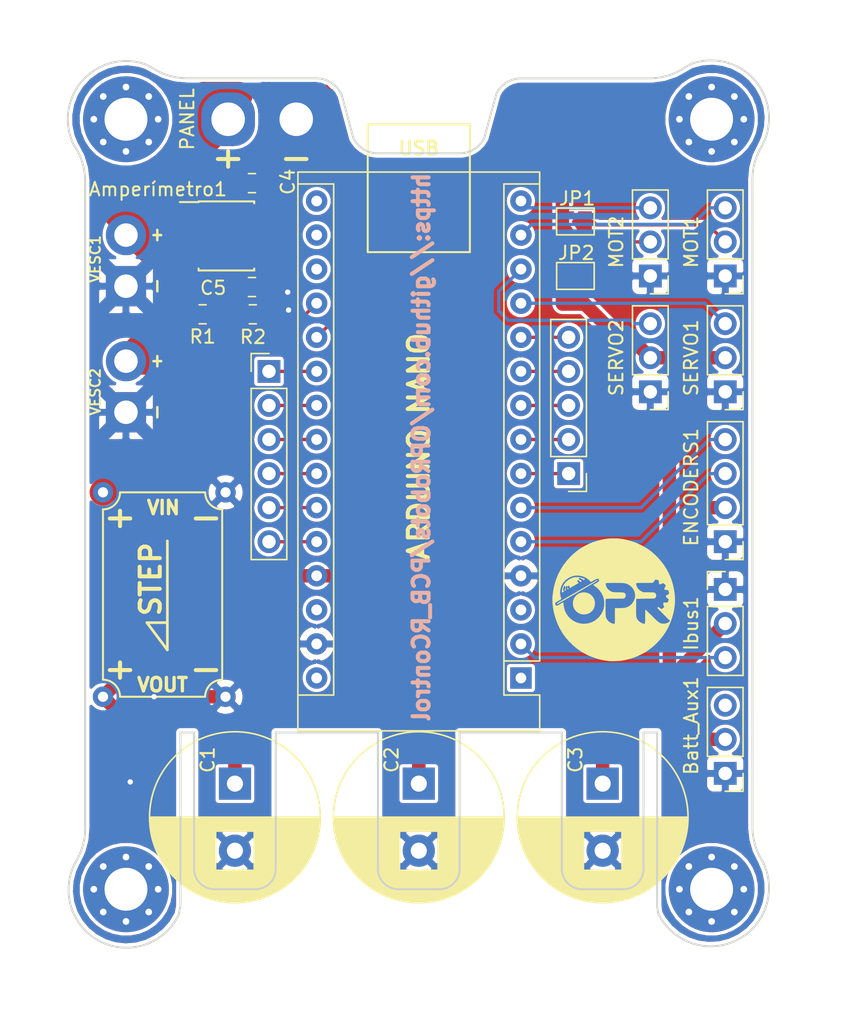
<source format=kicad_pcb>
(kicad_pcb (version 20171130) (host pcbnew "(5.0.2)-1")
  (layers (0 F.Cu signal) (31 B.Cu signal) (34 B.Paste user) (35 F.Paste user) (36 B.SilkS user) (37 F.SilkS user) (38 B.Mask user) (39 F.Mask user) (44 Edge.Cuts user))
  (net 0 "")
  (net 1 "Net-(A1-Pad1)")
  (net 2 "Net-(A1-Pad17)")
  (net 3 /S_MANDO)
  (net 4 "Net-(A1-Pad18)")
  (net 5 "Net-(A1-Pad3)")
  (net 6 /VOLTIMETRO)
  (net 7 GND)
  (net 8 /AMPERIMETRO)
  (net 9 /ENC1)
  (net 10 "Net-(A1-Pad21)")
  (net 11 /ENC2)
  (net 12 "Net-(A1-Pad22)")
  (net 13 "Net-(A1-Pad7)")
  (net 14 "Net-(A1-Pad23)")
  (net 15 "Net-(A1-Pad8)")
  (net 16 "Net-(A1-Pad24)")
  (net 17 "Net-(A1-Pad9)")
  (net 18 "Net-(A1-Pad25)")
  (net 19 "Net-(A1-Pad10)")
  (net 20 "Net-(A1-Pad26)")
  (net 21 "Net-(A1-Pad11)")
  (net 22 +5V)
  (net 23 /SERVO1)
  (net 24 "Net-(A1-Pad28)")
  (net 25 /SERVO2)
  (net 26 /MOTOR1)
  (net 27 "Net-(A1-Pad30)")
  (net 28 /MOTOR2)
  (net 29 "Net-(A1-Pad16)")
  (net 30 "Net-(Amperímetro1-Pad1)")
  (net 31 "Net-(Amperímetro1-Pad3)")
  (net 32 "Net-(Amperímetro1-Pad6)")
  (net 33 "Net-(Batt_Aux1-Pad3)")
  (net 34 "Net-(JP1-Pad1)")
  (net 35 "Net-(JP2-Pad1)")
  (module Module:Arduino_Nano (layer F.Cu) (at 149.86 114.808 180)
    (fp_text reference A1 hide)
    (fp_text value Arduino_Nano_v3.x)
    (fp_text user USB (at 7.62 39.497 180) (layer F.SilkS) (effects (font (thickness 0.2))))
    (pad 1 thru_hole rect (at 0 0 180) (size 1.6 1.6) (drill 0.8) (layers *.Cu *.Mask) (net 1 "Net-(A1-Pad1)"))
    (pad 17 thru_hole oval (at 15.24 33.02 180) (size 1.6 1.6) (drill 0.8) (layers *.Cu *.Mask) (net 2 "Net-(A1-Pad17)"))
    (pad 2 thru_hole oval (at 0 2.54 180) (size 1.6 1.6) (drill 0.8) (layers *.Cu *.Mask) (net 3 /S_MANDO))
    (pad 18 thru_hole oval (at 15.24 30.48 180) (size 1.6 1.6) (drill 0.8) (layers *.Cu *.Mask) (net 4 "Net-(A1-Pad18)"))
    (pad 3 thru_hole oval (at 0 5.08 180) (size 1.6 1.6) (drill 0.8) (layers *.Cu *.Mask) (net 5 "Net-(A1-Pad3)"))
    (pad 19 thru_hole oval (at 15.24 27.94 180) (size 1.6 1.6) (drill 0.8) (layers *.Cu *.Mask) (net 6 /VOLTIMETRO))
    (pad 4 thru_hole oval (at 0 7.62 180) (size 1.6 1.6) (drill 0.8) (layers *.Cu *.Mask) (net 7 GND))
    (pad 20 thru_hole oval (at 15.24 25.4 180) (size 1.6 1.6) (drill 0.8) (layers *.Cu *.Mask) (net 8 /AMPERIMETRO))
    (pad 5 thru_hole oval (at 0 10.16 180) (size 1.6 1.6) (drill 0.8) (layers *.Cu *.Mask) (net 9 /ENC1))
    (pad 21 thru_hole oval (at 15.24 22.86 180) (size 1.6 1.6) (drill 0.8) (layers *.Cu *.Mask) (net 10 "Net-(A1-Pad21)"))
    (pad 6 thru_hole oval (at 0 12.7 180) (size 1.6 1.6) (drill 0.8) (layers *.Cu *.Mask) (net 11 /ENC2))
    (pad 22 thru_hole oval (at 15.24 20.32 180) (size 1.6 1.6) (drill 0.8) (layers *.Cu *.Mask) (net 12 "Net-(A1-Pad22)"))
    (pad 7 thru_hole oval (at 0 15.24 180) (size 1.6 1.6) (drill 0.8) (layers *.Cu *.Mask) (net 13 "Net-(A1-Pad7)"))
    (pad 23 thru_hole oval (at 15.24 17.78 180) (size 1.6 1.6) (drill 0.8) (layers *.Cu *.Mask) (net 14 "Net-(A1-Pad23)"))
    (pad 8 thru_hole oval (at 0 17.78 180) (size 1.6 1.6) (drill 0.8) (layers *.Cu *.Mask) (net 15 "Net-(A1-Pad8)"))
    (pad 24 thru_hole oval (at 15.24 15.24 180) (size 1.6 1.6) (drill 0.8) (layers *.Cu *.Mask) (net 16 "Net-(A1-Pad24)"))
    (pad 9 thru_hole oval (at 0 20.32 180) (size 1.6 1.6) (drill 0.8) (layers *.Cu *.Mask) (net 17 "Net-(A1-Pad9)"))
    (pad 25 thru_hole oval (at 15.24 12.7 180) (size 1.6 1.6) (drill 0.8) (layers *.Cu *.Mask) (net 18 "Net-(A1-Pad25)"))
    (pad 10 thru_hole oval (at 0 22.86 180) (size 1.6 1.6) (drill 0.8) (layers *.Cu *.Mask) (net 19 "Net-(A1-Pad10)"))
    (pad 26 thru_hole oval (at 15.24 10.16 180) (size 1.6 1.6) (drill 0.8) (layers *.Cu *.Mask) (net 20 "Net-(A1-Pad26)"))
    (pad 11 thru_hole oval (at 0 25.4 180) (size 1.6 1.6) (drill 0.8) (layers *.Cu *.Mask) (net 21 "Net-(A1-Pad11)"))
    (pad 27 thru_hole oval (at 15.24 7.62 180) (size 1.6 1.6) (drill 0.8) (layers *.Cu *.Mask) (net 22 +5V))
    (pad 12 thru_hole oval (at 0 27.94 180) (size 1.6 1.6) (drill 0.8) (layers *.Cu *.Mask) (net 23 /SERVO1))
    (pad 28 thru_hole oval (at 15.24 5.08 180) (size 1.6 1.6) (drill 0.8) (layers *.Cu *.Mask) (net 24 "Net-(A1-Pad28)"))
    (pad 13 thru_hole oval (at 0 30.48 180) (size 1.6 1.6) (drill 0.8) (layers *.Cu *.Mask) (net 25 /SERVO2))
    (pad 29 thru_hole oval (at 15.24 2.54 180) (size 1.6 1.6) (drill 0.8) (layers *.Cu *.Mask) (net 7 GND))
    (pad 14 thru_hole oval (at 0 33.02 180) (size 1.6 1.6) (drill 0.8) (layers *.Cu *.Mask) (net 26 /MOTOR1))
    (pad 30 thru_hole oval (at 15.24 0 180) (size 1.6 1.6) (drill 0.8) (layers *.Cu *.Mask) (net 27 "Net-(A1-Pad30)"))
    (pad 15 thru_hole oval (at 0 35.56 180) (size 1.6 1.6) (drill 0.8) (layers *.Cu *.Mask) (net 28 /MOTOR2))
    (pad 16 thru_hole oval (at 15.24 35.56 180) (size 1.6 1.6) (drill 0.8) (layers *.Cu *.Mask) (net 29 "Net-(A1-Pad16)"))
  )
  (module Capacitor_THT:CP_Radial_D12.5mm_P5.00mm (layer F.Cu) (at 128.524 122.682 270)
    (fp_text reference C2 (at -1.778 -11.684 90) (layer F.SilkS))
    (fp_text value CP1)
    (pad 2 thru_hole circle (at 5 0 270) (size 2.4 2.4) (drill 1.2) (layers *.Cu *.Mask) (net 7 GND))
    (pad 1 thru_hole rect (at 0 0 270) (size 2.4 2.4) (drill 1.2) (layers *.Cu *.Mask) (net 22 +5V))
  )
  (module Capacitor_THT:CP_Radial_D12.5mm_P5.00mm (layer F.Cu) (at 142.24 122.682 270)
    (fp_text reference C3 (at -1.778 -11.684 270) (layer F.SilkS))
    (fp_text value CP1)
    (pad 1 thru_hole rect (at 0 0 270) (size 2.4 2.4) (drill 1.2) (layers *.Cu *.Mask) (net 22 +5V))
    (pad 2 thru_hole circle (at 5 0 270) (size 2.4 2.4) (drill 1.2) (layers *.Cu *.Mask) (net 7 GND))
  )
  (module Capacitor_THT:CP_Radial_D12.5mm_P5.00mm (layer F.Cu) (at 155.956 122.682 270)
    (fp_text reference C1 (at -1.778 29.464 270) (layer F.SilkS))
    (fp_text value CP1)
    (pad 1 thru_hole rect (at 0 0 270) (size 2.4 2.4) (drill 1.2) (layers *.Cu *.Mask) (net 22 +5V))
    (pad 2 thru_hole circle (at 5 0 270) (size 2.4 2.4) (drill 1.2) (layers *.Cu *.Mask) (net 7 GND))
  )
  (module MountingHole:MountingHole_3.2mm_M3_Pad_Via (layer F.Cu) (at 164.084 130.556)
    (fp_text reference "" (at 0 -4.2) (layer F.SilkS))
    (fp_text value MountingHole_3.2mm_M3_Pad_Via)
    (pad 1 thru_hole circle (at 0 0) (size 6.4 6.4) (drill 3.2) (layers *.Cu *.Mask))
    (pad 1 thru_hole circle (at 2.4 0) (size 0.8 0.8) (drill 0.5) (layers *.Cu *.Mask))
    (pad 1 thru_hole circle (at 1.697056 1.697056) (size 0.8 0.8) (drill 0.5) (layers *.Cu *.Mask))
    (pad 1 thru_hole circle (at 0 2.4) (size 0.8 0.8) (drill 0.5) (layers *.Cu *.Mask))
    (pad 1 thru_hole circle (at -1.697056 1.697056) (size 0.8 0.8) (drill 0.5) (layers *.Cu *.Mask))
    (pad 1 thru_hole circle (at -2.4 0) (size 0.8 0.8) (drill 0.5) (layers *.Cu *.Mask))
    (pad 1 thru_hole circle (at -1.697056 -1.697056) (size 0.8 0.8) (drill 0.5) (layers *.Cu *.Mask))
    (pad 1 thru_hole circle (at 0 -2.4) (size 0.8 0.8) (drill 0.5) (layers *.Cu *.Mask))
    (pad 1 thru_hole circle (at 1.697056 -1.697056) (size 0.8 0.8) (drill 0.5) (layers *.Cu *.Mask))
  )
  (module MountingHole:MountingHole_3.2mm_M3_Pad_Via (layer F.Cu) (at 120.396 130.556)
    (fp_text reference "" (at 0 -4.2) (layer F.SilkS))
    (fp_text value MountingHole_3.2mm_M3_Pad_Via)
    (pad 1 thru_hole circle (at 1.697056 -1.697056) (size 0.8 0.8) (drill 0.5) (layers *.Cu *.Mask))
    (pad 1 thru_hole circle (at 0 -2.4) (size 0.8 0.8) (drill 0.5) (layers *.Cu *.Mask))
    (pad 1 thru_hole circle (at -1.697056 -1.697056) (size 0.8 0.8) (drill 0.5) (layers *.Cu *.Mask))
    (pad 1 thru_hole circle (at -2.4 0) (size 0.8 0.8) (drill 0.5) (layers *.Cu *.Mask))
    (pad 1 thru_hole circle (at -1.697056 1.697056) (size 0.8 0.8) (drill 0.5) (layers *.Cu *.Mask))
    (pad 1 thru_hole circle (at 0 2.4) (size 0.8 0.8) (drill 0.5) (layers *.Cu *.Mask))
    (pad 1 thru_hole circle (at 1.697056 1.697056) (size 0.8 0.8) (drill 0.5) (layers *.Cu *.Mask))
    (pad 1 thru_hole circle (at 2.4 0) (size 0.8 0.8) (drill 0.5) (layers *.Cu *.Mask))
    (pad 1 thru_hole circle (at 0 0) (size 6.4 6.4) (drill 3.2) (layers *.Cu *.Mask))
  )
  (module MountingHole:MountingHole_3.2mm_M3_Pad_Via (layer F.Cu) (at 120.396 73.152)
    (fp_text reference "" (at 0 -4.2) (layer F.SilkS))
    (fp_text value MountingHole_3.2mm_M3_Pad_Via)
    (pad 1 thru_hole circle (at 0 0) (size 6.4 6.4) (drill 3.2) (layers *.Cu *.Mask))
    (pad 1 thru_hole circle (at 2.4 0) (size 0.8 0.8) (drill 0.5) (layers *.Cu *.Mask))
    (pad 1 thru_hole circle (at 1.697056 1.697056) (size 0.8 0.8) (drill 0.5) (layers *.Cu *.Mask))
    (pad 1 thru_hole circle (at 0 2.4) (size 0.8 0.8) (drill 0.5) (layers *.Cu *.Mask))
    (pad 1 thru_hole circle (at -1.697056 1.697056) (size 0.8 0.8) (drill 0.5) (layers *.Cu *.Mask))
    (pad 1 thru_hole circle (at -2.4 0) (size 0.8 0.8) (drill 0.5) (layers *.Cu *.Mask))
    (pad 1 thru_hole circle (at -1.697056 -1.697056) (size 0.8 0.8) (drill 0.5) (layers *.Cu *.Mask))
    (pad 1 thru_hole circle (at 0 -2.4) (size 0.8 0.8) (drill 0.5) (layers *.Cu *.Mask))
    (pad 1 thru_hole circle (at 1.697056 -1.697056) (size 0.8 0.8) (drill 0.5) (layers *.Cu *.Mask))
  )
  (module Connector_PinHeader_2.54mm:PinHeader_1x02_P2.54mm_Vertical (layer F.Cu) (at 120.396 94.996 180)
    (fp_text reference VESC2 (at 2.286 1.524 270) (layer F.SilkS) (effects (font (size 0.75 0.75))))
    (fp_text value Conn_01x02_Female)
    (pad 2 thru_hole oval (at 0 3.81 180) (size 3 3) (drill 1.75) (layers *.Cu *.Mask) (net 31 "Net-(Amperímetro1-Pad3)"))
    (pad 1 thru_hole roundrect (at 0 0 180) (size 3 3) (drill 1.75) (layers *.Cu *.Mask) (net 7 GND))
  )
  (module Connector_PinHeader_2.54mm:PinHeader_1x02_P2.54mm_Vertical (layer F.Cu) (at 120.396 85.598 180)
    (fp_text reference VESC1 (at 2.286 2.032 270) (layer F.SilkS) (effects (font (size 0.75 0.75))))
    (fp_text value Conn_01x02_Female)
    (pad 1 thru_hole roundrect (at 0 0 180) (size 3 3) (drill 1.75) (layers *.Cu *.Mask) (net 7 GND))
    (pad 2 thru_hole oval (at 0 3.81 180) (size 3 3) (drill 1.75) (layers *.Cu *.Mask) (net 31 "Net-(Amperímetro1-Pad3)"))
  )
  (module Connector_PinHeader_2.54mm:PinHeader_1x02_P2.54mm_Vertical (layer F.Cu) (at 133.096 73.152 270)
    (fp_text reference PANEL (at 0 8.128 270) (layer F.SilkS))
    (fp_text value Conn_01x02_Female)
    (pad 1 thru_hole roundrect (at 0 0 270) (size 4 4) (drill 2.5) (layers *.Cu *.Mask) (roundrect_rratio 0.2) (net 7 GND))
    (pad 2 thru_hole roundrect (at 0 5.08 270) (size 4 4) (drill 2.5) (layers *.Cu *.Mask) (roundrect_rratio 0.4) (net 30 "Net-(Amperímetro1-Pad1)"))
  )
  (module Package_SO:SOIC-8_3.9x4.9mm_P1.27mm (layer F.Cu) (at 127.889 81.8515)
    (fp_text reference Amperímetro1 (at -5.1054 -3.4798) (layer F.SilkS))
    (fp_text value ACS712xLCTR-20A)
    (pad 1 smd rect (at -2.7 -1.905) (size 1.55 0.6) (layers F.Cu F.Paste F.Mask) (net 30 "Net-(Amperímetro1-Pad1)"))
    (pad 2 smd rect (at -2.7 -0.635) (size 1.55 0.6) (layers F.Cu F.Paste F.Mask) (net 30 "Net-(Amperímetro1-Pad1)"))
    (pad 3 smd rect (at -2.7 0.635) (size 1.55 0.6) (layers F.Cu F.Paste F.Mask) (net 31 "Net-(Amperímetro1-Pad3)"))
    (pad 4 smd rect (at -2.7 1.905) (size 1.55 0.6) (layers F.Cu F.Paste F.Mask) (net 31 "Net-(Amperímetro1-Pad3)"))
    (pad 5 smd rect (at 2.7 1.905) (size 1.55 0.6) (layers F.Cu F.Paste F.Mask) (net 7 GND))
    (pad 6 smd rect (at 2.7 0.635) (size 1.55 0.6) (layers F.Cu F.Paste F.Mask) (net 32 "Net-(Amperímetro1-Pad6)"))
    (pad 7 smd rect (at 2.7 -0.635) (size 1.55 0.6) (layers F.Cu F.Paste F.Mask) (net 8 /AMPERIMETRO))
    (pad 8 smd rect (at 2.7 -1.905) (size 1.55 0.6) (layers F.Cu F.Paste F.Mask) (net 22 +5V))
  )
  (module Connector_PinHeader_2.54mm:PinHeader_1x03_P2.54mm_Vertical (layer F.Cu) (at 165.1 121.92 180)
    (fp_text reference Batt_Aux1 (at 2.54 3.556 270) (layer F.SilkS))
    (fp_text value Conn_01x03_Male)
    (pad 3 thru_hole oval (at 0 5.08 180) (size 1.7 1.7) (drill 1) (layers *.Cu *.Mask) (net 33 "Net-(Batt_Aux1-Pad3)"))
    (pad 2 thru_hole oval (at 0 2.54 180) (size 1.7 1.7) (drill 1) (layers *.Cu *.Mask) (net 22 +5V))
    (pad 1 thru_hole rect (at 0 0 180) (size 1.7 1.7) (drill 1) (layers *.Cu *.Mask) (net 7 GND))
  )
  (module Capacitor_SMD:C_0805_2012Metric_Pad1.15x1.40mm_HandSolder (layer F.Cu) (at 129.794 77.9145 180)
    (fp_text reference C4 (at -2.6797 0.1016 270) (layer F.SilkS))
    (fp_text value 0.1uF)
    (pad 2 smd roundrect (at 1.025 0 180) (size 1.15 1.4) (layers F.Cu F.Paste F.Mask) (roundrect_rratio 0.217391) (net 7 GND))
    (pad 1 smd roundrect (at -1.025 0 180) (size 1.15 1.4) (layers F.Cu F.Paste F.Mask) (roundrect_rratio 0.217391) (net 22 +5V))
  )
  (module Capacitor_SMD:C_0805_2012Metric_Pad1.15x1.40mm_HandSolder (layer F.Cu) (at 129.794 85.6615 180)
    (fp_text reference C5 (at 2.8956 -0.0635 180) (layer F.SilkS))
    (fp_text value 1nF)
    (pad 1 smd roundrect (at -1.025 0 180) (size 1.15 1.4) (layers F.Cu F.Paste F.Mask) (roundrect_rratio 0.217391) (net 7 GND))
    (pad 2 smd roundrect (at 1.025 0 180) (size 1.15 1.4) (layers F.Cu F.Paste F.Mask) (roundrect_rratio 0.217391) (net 32 "Net-(Amperímetro1-Pad6)"))
  )
  (module Connector_PinHeader_2.54mm:PinHeader_1x04_P2.54mm_Vertical (layer F.Cu) (at 165.1 104.648 180)
    (fp_text reference ENCODERS1 (at 2.54 4.064 270) (layer F.SilkS))
    (fp_text value Conn_01x04_Male)
    (pad 1 thru_hole rect (at 0 0 180) (size 1.7 1.7) (drill 1) (layers *.Cu *.Mask) (net 7 GND))
    (pad 2 thru_hole oval (at 0 2.54 180) (size 1.7 1.7) (drill 1) (layers *.Cu *.Mask) (net 22 +5V))
    (pad 3 thru_hole oval (at 0 5.08 180) (size 1.7 1.7) (drill 1) (layers *.Cu *.Mask) (net 9 /ENC1))
    (pad 4 thru_hole oval (at 0 7.62 180) (size 1.7 1.7) (drill 1) (layers *.Cu *.Mask) (net 11 /ENC2))
  )
  (module Connector_PinHeader_2.54mm:PinHeader_1x03_P2.54mm_Vertical (layer F.Cu) (at 165.1 108.204)
    (fp_text reference Ibus1 (at -2.54 2.54 90) (layer F.SilkS))
    (fp_text value Conn_01x03_Male)
    (pad 1 thru_hole rect (at 0 0) (size 1.7 1.7) (drill 1) (layers *.Cu *.Mask) (net 7 GND))
    (pad 2 thru_hole oval (at 0 2.54) (size 1.7 1.7) (drill 1) (layers *.Cu *.Mask) (net 22 +5V))
    (pad 3 thru_hole oval (at 0 5.08) (size 1.7 1.7) (drill 1) (layers *.Cu *.Mask) (net 3 /S_MANDO))
  )
  (module Connector_PinHeader_2.54mm:PinHeader_1x05_P2.54mm_Vertical (layer F.Cu) (at 153.416 99.568 180)
    (fp_text reference J1 hide)
    (fp_text value Conn_01x05_Female)
    (pad 1 thru_hole rect (at 0 0 180) (size 1.7 1.7) (drill 1) (layers *.Cu *.Mask) (net 13 "Net-(A1-Pad7)"))
    (pad 2 thru_hole oval (at 0 2.54 180) (size 1.7 1.7) (drill 1) (layers *.Cu *.Mask) (net 15 "Net-(A1-Pad8)"))
    (pad 3 thru_hole oval (at 0 5.08 180) (size 1.7 1.7) (drill 1) (layers *.Cu *.Mask) (net 17 "Net-(A1-Pad9)"))
    (pad 4 thru_hole oval (at 0 7.62 180) (size 1.7 1.7) (drill 1) (layers *.Cu *.Mask) (net 19 "Net-(A1-Pad10)"))
    (pad 5 thru_hole oval (at 0 10.16 180) (size 1.7 1.7) (drill 1) (layers *.Cu *.Mask) (net 21 "Net-(A1-Pad11)"))
  )
  (module Connector_PinHeader_2.54mm:PinHeader_1x06_P2.54mm_Vertical (layer F.Cu) (at 131.064 91.948)
    (fp_text reference J2 hide)
    (fp_text value Conn_01x06_Female)
    (pad 1 thru_hole rect (at 0 0) (size 1.7 1.7) (drill 1) (layers *.Cu *.Mask) (net 10 "Net-(A1-Pad21)"))
    (pad 2 thru_hole oval (at 0 2.54) (size 1.7 1.7) (drill 1) (layers *.Cu *.Mask) (net 12 "Net-(A1-Pad22)"))
    (pad 3 thru_hole oval (at 0 5.08) (size 1.7 1.7) (drill 1) (layers *.Cu *.Mask) (net 14 "Net-(A1-Pad23)"))
    (pad 4 thru_hole oval (at 0 7.62) (size 1.7 1.7) (drill 1) (layers *.Cu *.Mask) (net 16 "Net-(A1-Pad24)"))
    (pad 5 thru_hole oval (at 0 10.16) (size 1.7 1.7) (drill 1) (layers *.Cu *.Mask) (net 18 "Net-(A1-Pad25)"))
    (pad 6 thru_hole oval (at 0 12.7) (size 1.7 1.7) (drill 1) (layers *.Cu *.Mask) (net 20 "Net-(A1-Pad26)"))
  )
  (module Jumper:SolderJumper-2_P1.3mm_Open_TrianglePad1.0x1.5mm (layer F.Cu) (at 153.924 80.772 180)
    (fp_text reference JP1 (at -0.127 1.7145 180) (layer F.SilkS))
    (fp_text value SolderJumper_2_Open)
    (pad 1 smd custom (at -0.725 0 180) (size 0.3 0.3) (layers F.Cu F.Mask) (net 34 "Net-(JP1-Pad1)") (options (clearance outline) (anchor rect)) (primitives (gr_poly (pts (xy -0.5 -0.75) (xy 0.5 -0.75) (xy 1 0) (xy 0.5 0.75) (xy -0.5 0.75)) (width 0))))
    (pad 2 smd custom (at 0.725 0 180) (size 0.3 0.3) (layers F.Cu F.Mask) (net 22 +5V) (options (clearance outline) (anchor rect)) (primitives (gr_poly (pts (xy -0.65 -0.75) (xy 0.5 -0.75) (xy 0.5 0.75) (xy -0.65 0.75) (xy -0.15 0)) (width 0))))
  )
  (module Jumper:SolderJumper-2_P1.3mm_Open_TrianglePad1.0x1.5mm (layer F.Cu) (at 153.924 84.836 180)
    (fp_text reference JP2 (at -0.0635 1.7145 180) (layer F.SilkS))
    (fp_text value SolderJumper_2_Open)
    (pad 2 smd custom (at 0.725 0 180) (size 0.3 0.3) (layers F.Cu F.Mask) (net 22 +5V) (options (clearance outline) (anchor rect)) (primitives (gr_poly (pts (xy -0.65 -0.75) (xy 0.5 -0.75) (xy 0.5 0.75) (xy -0.65 0.75) (xy -0.15 0)) (width 0))))
    (pad 1 smd custom (at -0.725 0 180) (size 0.3 0.3) (layers F.Cu F.Mask) (net 35 "Net-(JP2-Pad1)") (options (clearance outline) (anchor rect)) (primitives (gr_poly (pts (xy -0.5 -0.75) (xy 0.5 -0.75) (xy 1 0) (xy 0.5 0.75) (xy -0.5 0.75)) (width 0))))
  )
  (module Connector_PinHeader_2.54mm:PinHeader_1x03_P2.54mm_Vertical (layer F.Cu) (at 165.1 84.836 180)
    (fp_text reference MOT1 (at 2.54 2.54 270) (layer F.SilkS))
    (fp_text value Conn_01x03_Male)
    (pad 3 thru_hole oval (at 0 5.08 180) (size 1.7 1.7) (drill 1) (layers *.Cu *.Mask) (net 26 /MOTOR1))
    (pad 2 thru_hole oval (at 0 2.54 180) (size 1.7 1.7) (drill 1) (layers *.Cu *.Mask) (net 34 "Net-(JP1-Pad1)"))
    (pad 1 thru_hole rect (at 0 0 180) (size 1.7 1.7) (drill 1) (layers *.Cu *.Mask) (net 7 GND))
  )
  (module Connector_PinHeader_2.54mm:PinHeader_1x03_P2.54mm_Vertical (layer F.Cu) (at 159.512 84.836 180)
    (fp_text reference MOT2 (at 2.54 2.54 270) (layer F.SilkS))
    (fp_text value Conn_01x03_Male)
    (pad 1 thru_hole rect (at 0 0 180) (size 1.7 1.7) (drill 1) (layers *.Cu *.Mask) (net 7 GND))
    (pad 2 thru_hole oval (at 0 2.54 180) (size 1.7 1.7) (drill 1) (layers *.Cu *.Mask) (net 35 "Net-(JP2-Pad1)"))
    (pad 3 thru_hole oval (at 0 5.08 180) (size 1.7 1.7) (drill 1) (layers *.Cu *.Mask) (net 28 /MOTOR2))
  )
  (module Resistor_SMD:R_0805_2012Metric_Pad1.15x1.40mm_HandSolder (layer F.Cu) (at 126.111 87.6935)
    (fp_text reference R1 (at 0 1.6637) (layer F.SilkS))
    (fp_text value 47k)
    (pad 2 smd roundrect (at 1.025 0) (size 1.15 1.4) (layers F.Cu F.Paste F.Mask) (roundrect_rratio 0.217391) (net 6 /VOLTIMETRO))
    (pad 1 smd roundrect (at -1.025 0) (size 1.15 1.4) (layers F.Cu F.Paste F.Mask) (roundrect_rratio 0.217391) (net 31 "Net-(Amperímetro1-Pad3)"))
  )
  (module Resistor_SMD:R_0805_2012Metric_Pad1.15x1.40mm_HandSolder (layer F.Cu) (at 129.8575 87.6935)
    (fp_text reference R2 (at 0.0127 1.6891) (layer F.SilkS))
    (fp_text value 10k)
    (pad 1 smd roundrect (at -1.025 0) (size 1.15 1.4) (layers F.Cu F.Paste F.Mask) (roundrect_rratio 0.217391) (net 6 /VOLTIMETRO))
    (pad 2 smd roundrect (at 1.025 0) (size 1.15 1.4) (layers F.Cu F.Paste F.Mask) (roundrect_rratio 0.217391) (net 7 GND))
  )
  (module Connector_PinHeader_2.54mm:PinHeader_1x03_P2.54mm_Vertical (layer F.Cu) (at 165.1 93.472 180)
    (fp_text reference SERVO1 (at 2.54 2.54 270) (layer F.SilkS))
    (fp_text value Conn_01x03_Male)
    (pad 3 thru_hole oval (at 0 5.08 180) (size 1.7 1.7) (drill 1) (layers *.Cu *.Mask) (net 23 /SERVO1))
    (pad 2 thru_hole oval (at 0 2.54 180) (size 1.7 1.7) (drill 1) (layers *.Cu *.Mask) (net 22 +5V))
    (pad 1 thru_hole rect (at 0 0 180) (size 1.7 1.7) (drill 1) (layers *.Cu *.Mask) (net 7 GND))
  )
  (module Connector_PinHeader_2.54mm:PinHeader_1x03_P2.54mm_Vertical (layer F.Cu) (at 159.512 93.472 180)
    (fp_text reference SERVO2 (at 2.54 2.54 270) (layer F.SilkS))
    (fp_text value Conn_01x03_Male)
    (pad 1 thru_hole rect (at 0 0 180) (size 1.7 1.7) (drill 1) (layers *.Cu *.Mask) (net 7 GND))
    (pad 2 thru_hole oval (at 0 2.54 180) (size 1.7 1.7) (drill 1) (layers *.Cu *.Mask) (net 22 +5V))
    (pad 3 thru_hole oval (at 0 5.08 180) (size 1.7 1.7) (drill 1) (layers *.Cu *.Mask) (net 25 /SERVO2))
  )
  (module Mini360:Mini360 (layer F.Cu) (at 118.6815 100.965 270)
    (fp_text reference U1 hide)
    (fp_text value Step_down_chino)
    (pad 1 thru_hole circle (at 0 0 270) (size 1.524 1.524) (drill 0.762) (layers *.Cu *.Mask) (net 31 "Net-(Amperímetro1-Pad3)"))
    (pad 2 thru_hole circle (at 0 -9.144 270) (size 1.524 1.524) (drill 0.762) (layers *.Cu *.Mask) (net 7 GND))
    (pad 3 thru_hole circle (at 15.24 0 270) (size 1.524 1.524) (drill 0.762) (layers *.Cu *.Mask) (net 22 +5V))
    (pad 4 thru_hole circle (at 15.24 -9.14 270) (size 1.524 1.524) (drill 0.762) (layers *.Cu *.Mask) (net 7 GND))
  )
  (module MountingHole:MountingHole_3.2mm_M3_Pad_Via (layer F.Cu) (at 164.084 73.152)
    (fp_text reference "" (at 0 -4.2) (layer F.SilkS))
    (fp_text value MountingHole_3.2mm_M3_Pad_Via)
    (pad 1 thru_hole circle (at 1.697056 -1.697056) (size 0.8 0.8) (drill 0.5) (layers *.Cu *.Mask))
    (pad 1 thru_hole circle (at 0 -2.4) (size 0.8 0.8) (drill 0.5) (layers *.Cu *.Mask))
    (pad 1 thru_hole circle (at -1.697056 -1.697056) (size 0.8 0.8) (drill 0.5) (layers *.Cu *.Mask))
    (pad 1 thru_hole circle (at -2.4 0) (size 0.8 0.8) (drill 0.5) (layers *.Cu *.Mask))
    (pad 1 thru_hole circle (at -1.697056 1.697056) (size 0.8 0.8) (drill 0.5) (layers *.Cu *.Mask))
    (pad 1 thru_hole circle (at 0 2.4) (size 0.8 0.8) (drill 0.5) (layers *.Cu *.Mask))
    (pad 1 thru_hole circle (at 1.697056 1.697056) (size 0.8 0.8) (drill 0.5) (layers *.Cu *.Mask))
    (pad 1 thru_hole circle (at 2.4 0) (size 0.8 0.8) (drill 0.5) (layers *.Cu *.Mask))
    (pad 1 thru_hole circle (at 0 0) (size 6.4 6.4) (drill 3.2) (layers *.Cu *.Mask))
  )
  (module OPR_para_PCBs:OPR_9mm (layer F.Cu) (at 156.7815 108.966)
    (fp_text reference G*** hide)
    (fp_text value LOGO hide)
  )
  (gr_text https://github.com/OPRobots/PCB_RControl (at 142.4305 97.5995 90) (layer B.SilkS) (effects (font (size 1.2 1.2) (thickness 0.3)) (justify mirror)))
  (gr_text - (at 122.682 94.996 90) (layer F.SilkS) (effects (font (size 0.75 1) (thickness 0.1875))))
  (gr_text + (at 122.682 91.186 90) (layer F.SilkS) (effects (font (size 0.75 1) (thickness 0.1875))))
  (gr_text - (at 122.682 85.598 90) (layer F.SilkS) (effects (font (size 0.75 1) (thickness 0.1875))))
  (gr_text + (at 122.682 81.788 90) (layer F.SilkS) (effects (font (size 0.75 1) (thickness 0.1875))))
  (gr_arc (start 157.48 129.032) (end 157.48 130.556) (angle -90) (layer Edge.Cuts) (width 0.15))
  (gr_arc (start 154.432 129.032) (end 152.908 129.032) (angle -90) (layer Edge.Cuts) (width 0.15))
  (gr_arc (start 143.764 129.032) (end 143.764 130.556) (angle -90) (layer Edge.Cuts) (width 0.15))
  (gr_arc (start 140.716 129.032) (end 139.192 129.032) (angle -90) (layer Edge.Cuts) (width 0.15))
  (gr_arc (start 130.048 129.032) (end 130.048 130.556) (angle -90) (layer Edge.Cuts) (width 0.15))
  (gr_arc (start 127 129.032) (end 125.476 129.032) (angle -90) (layer Edge.Cuts) (width 0.15))
  (gr_line (start 124.968 70.097102) (end 134.62 70.097102) (layer Edge.Cuts) (width 0.15))
  (gr_arc (start 145.287966 73.642737) (end 147.116767 74.572949) (angle 60.20073871) (layer Edge.Cuts) (width 0.15))
  (gr_arc (start 139.192001 73.644188) (end 137.3632 74.5744) (angle -60.20073871) (layer Edge.Cuts) (width 0.15))
  (gr_arc (start 134.62 72.112046) (end 136.525 71.477046) (angle -71.56505118) (layer Edge.Cuts) (width 0.15))
  (gr_arc (start 149.86 72.136) (end 149.86 70.104) (angle -64.07509849) (layer Edge.Cuts) (width 0.15))
  (gr_line (start 136.525 71.4756) (end 137.3632 74.5744) (layer Edge.Cuts) (width 0.15))
  (gr_line (start 147.1168 74.5744) (end 148.0312 71.247) (layer Edge.Cuts) (width 0.15))
  (gr_line (start 139.0904 75.692) (end 145.3896 75.692) (layer Edge.Cuts) (width 0.15))
  (gr_text + (at 119.9515 114.1095) (layer F.SilkS) (effects (font (size 1.5 2) (thickness 0.3))))
  (gr_text - (at 126.365 114.1095) (layer F.SilkS) (effects (font (size 1.5 2) (thickness 0.3))))
  (gr_text - (at 126.365 102.8065) (layer F.SilkS) (effects (font (size 1.5 2) (thickness 0.3))))
  (gr_text + (at 119.9515 102.8065) (layer F.SilkS) (effects (font (size 1.5 2) (thickness 0.3))))
  (gr_text VOUT (at 123.1265 115.316) (layer F.SilkS) (effects (font (size 1 1) (thickness 0.25))))
  (gr_text VIN (at 123.19 102.108) (layer F.SilkS) (effects (font (size 1 1) (thickness 0.25))))
  (gr_text STEP (at 122.2375 107.442 90) (layer F.SilkS) (effects (font (size 1.5 1.5) (thickness 0.3))))
  (gr_text - (at 133.096 76.0095) (layer F.SilkS) (effects (font (size 1.5 2) (thickness 0.3))))
  (gr_text + (at 128.016 76.0095) (layer F.SilkS) (effects (font (size 1.5 2) (thickness 0.3))))
  (gr_text "ARDUINO NANO" (at 142.24 97.536 90) (layer F.SilkS) (effects (font (size 1.5 1.5) (thickness 0.3))))
  (gr_line (start 162.1155 69.2785) (end 162.5346 69.0372) (layer Edge.Cuts) (width 0.15))
  (gr_line (start 121.92 69.088) (end 122.428 69.3674) (layer Edge.Cuts) (width 0.15))
  (gr_line (start 160.02 131.826) (end 160.0962 132.3467) (layer Edge.Cuts) (width 0.15))
  (gr_arc (start 164.014567 130.458778) (end 167.86352 128.43256) (angle 182.0384305) (layer Edge.Cuts) (width 0.15))
  (gr_arc (start 171.923575 125.886789) (end 167.859576 128.426788) (angle 30.90384406) (layer Edge.Cuts) (width 0.15))
  (gr_line (start 124.46 131.8006) (end 124.333 132.4356) (layer Edge.Cuts) (width 0.15))
  (gr_line (start 149.86 70.104) (end 159.512 70.104) (layer Edge.Cuts) (width 0.15))
  (gr_arc (start 164.046465 73.081746) (end 167.856465 75.113746) (angle -138.5684004) (layer Edge.Cuts) (width 0.15))
  (gr_arc (start 171.920465 77.653746) (end 167.856466 75.113747) (angle -32.00537941) (layer Edge.Cuts) (width 0.15))
  (gr_arc (start 159.423666 65.315566) (end 162.1155 69.2785) (angle 33.12919521) (layer Edge.Cuts) (width 0.15))
  (gr_arc (start 120.429841 130.596634) (end 116.619841 128.564634) (angle -182.5407492) (layer Edge.Cuts) (width 0.15))
  (gr_arc (start 112.555841 126.024634) (end 116.61984 128.564633) (angle -32.49119403) (layer Edge.Cuts) (width 0.15))
  (gr_arc (start 120.396 73.152) (end 121.92 69.088) (angle -138.6285384) (layer Edge.Cuts) (width 0.15))
  (gr_arc (start 112.560101 77.774799) (end 116.586 75.184) (angle 32.76261945) (layer Edge.Cuts) (width 0.15))
  (gr_arc (start 124.968 65.311539) (end 122.428 69.3674) (angle -32.0570291) (layer Edge.Cuts) (width 0.15))
  (gr_line (start 167.12692 77.63256) (end 167.132 125.984) (layer Edge.Cuts) (width 0.15))
  (gr_line (start 121.9581 110.6805) (end 123.4821 110.6805) (layer F.SilkS) (width 0.2))
  (gr_line (start 123.4821 112.7125) (end 121.9581 110.6805) (layer F.SilkS) (width 0.2))
  (gr_line (start 123.4821 104.5845) (end 123.4821 112.7125) (layer F.SilkS) (width 0.2))
  (gr_line (start 160.02 118.872) (end 160.02 131.826) (layer Edge.Cuts) (width 0.15))
  (gr_line (start 159.004 118.872) (end 160.02 118.872) (layer Edge.Cuts) (width 0.15))
  (gr_line (start 159.004 129.032) (end 159.004 118.872) (layer Edge.Cuts) (width 0.15))
  (gr_line (start 154.432 130.556) (end 157.48 130.556) (layer Edge.Cuts) (width 0.15))
  (gr_line (start 152.908 118.872) (end 152.908 129.032) (layer Edge.Cuts) (width 0.15))
  (gr_line (start 145.288 118.872) (end 152.908 118.872) (layer Edge.Cuts) (width 0.15))
  (gr_line (start 145.288 129.032) (end 145.288 118.872) (layer Edge.Cuts) (width 0.15))
  (gr_line (start 140.716 130.556) (end 143.764 130.556) (layer Edge.Cuts) (width 0.15))
  (gr_line (start 139.192 118.872) (end 139.192 129.032) (layer Edge.Cuts) (width 0.15))
  (gr_line (start 131.572 118.872) (end 139.192 118.872) (layer Edge.Cuts) (width 0.15))
  (gr_line (start 131.572 129.032) (end 131.572 118.872) (layer Edge.Cuts) (width 0.15))
  (gr_line (start 127 130.556) (end 130.048 130.556) (layer Edge.Cuts) (width 0.15))
  (gr_line (start 125.476 118.872) (end 125.476 129.032) (layer Edge.Cuts) (width 0.15))
  (gr_line (start 124.46 118.872) (end 125.476 118.872) (layer Edge.Cuts) (width 0.15))
  (gr_line (start 124.46 131.8006) (end 124.46 118.872) (layer Edge.Cuts) (width 0.15))
  (gr_line (start 117.348 125.984) (end 117.348 77.7748) (layer Edge.Cuts) (width 0.15))
  (segment (start 150.876 113.284) (end 149.86 112.268) (width 0.25) (layer B.Cu) (net 3))
  (segment (start 165.1 113.284) (end 150.876 113.284) (width 0.25) (layer B.Cu) (net 3))
  (segment (start 127.136 87.6935) (end 128.8325 87.6935) (width 0.25) (layer F.Cu) (net 6))
  (segment (start 128.8325 88.4935) (end 129.493 89.154) (width 0.25) (layer F.Cu) (net 6))
  (segment (start 128.8325 87.6935) (end 128.8325 88.4935) (width 0.25) (layer F.Cu) (net 6))
  (segment (start 132.334 89.154) (end 134.62 86.868) (width 0.25) (layer F.Cu) (net 6))
  (segment (start 129.493 89.154) (end 132.334 89.154) (width 0.25) (layer F.Cu) (net 6))
  (via (at 132.461 86.0425) (size 0.8) (drill 0.4) (layers F.Cu B.Cu) (net 7))
  (segment (start 130.819 85.6615) (end 132.08 85.6615) (width 0.25) (layer F.Cu) (net 7))
  (segment (start 132.08 85.6615) (end 132.461 86.0425) (width 0.25) (layer F.Cu) (net 7))
  (segment (start 132.461 86.0425) (end 130.6195 84.201) (width 0.25) (layer B.Cu) (net 7))
  (segment (start 130.6195 75.6285) (end 133.096 73.152) (width 0.25) (layer B.Cu) (net 7))
  (segment (start 130.6195 84.201) (end 130.6195 75.6285) (width 0.25) (layer B.Cu) (net 7))
  (via (at 132.5245 87.376) (size 0.8) (drill 0.4) (layers F.Cu B.Cu) (net 7))
  (segment (start 130.8825 87.6935) (end 132.207 87.6935) (width 0.25) (layer F.Cu) (net 7))
  (segment (start 132.207 87.6935) (end 132.5245 87.376) (width 0.25) (layer F.Cu) (net 7))
  (segment (start 131.958815 87.376) (end 131.191 86.608185) (width 0.25) (layer B.Cu) (net 7))
  (segment (start 132.5245 87.376) (end 131.958815 87.376) (width 0.25) (layer B.Cu) (net 7))
  (segment (start 131.191 86.608185) (end 131.191 79.375) (width 0.25) (layer B.Cu) (net 7))
  (segment (start 131.191 79.375) (end 133.604 76.962) (width 0.25) (layer B.Cu) (net 7))
  (segment (start 133.604 76.962) (end 135.8265 76.962) (width 0.25) (layer B.Cu) (net 7))
  (segment (start 135.8265 76.962) (end 136.3345 76.454) (width 0.25) (layer B.Cu) (net 7))
  (segment (start 136.3345 76.3905) (end 133.096 73.152) (width 0.25) (layer B.Cu) (net 7))
  (segment (start 136.3345 76.454) (end 136.3345 76.3905) (width 0.25) (layer B.Cu) (net 7))
  (segment (start 128.769 77.479) (end 128.769 77.9145) (width 0.25) (layer F.Cu) (net 7))
  (segment (start 135.636 75.692) (end 133.096 73.152) (width 0.25) (layer F.Cu) (net 7))
  (segment (start 131.259605 74.988395) (end 129.9845 76.2635) (width 0.6) (layer F.Cu) (net 7))
  (segment (start 133.096 73.152) (end 131.259605 74.988395) (width 0.6) (layer F.Cu) (net 7))
  (segment (start 129.9845 76.2635) (end 128.769 77.479) (width 0.25) (layer F.Cu) (net 7))
  (segment (start 130.996 73.152) (end 133.096 73.152) (width 0.6) (layer F.Cu) (net 7))
  (segment (start 130.7465 73.4015) (end 130.996 73.152) (width 0.6) (layer F.Cu) (net 7))
  (segment (start 130.81 75.438) (end 130.937 75.311) (width 0.6) (layer F.Cu) (net 7))
  (segment (start 130.7465 75.438) (end 130.81 75.438) (width 0.6) (layer F.Cu) (net 7))
  (segment (start 130.7465 75.438) (end 130.7465 73.4015) (width 0.6) (layer F.Cu) (net 7))
  (segment (start 130.7465 76.0095) (end 130.7465 75.438) (width 0.6) (layer F.Cu) (net 7))
  (segment (start 135.128 73.533) (end 135.128 75.311) (width 0.6) (layer F.Cu) (net 7))
  (segment (start 135.1915 73.4695) (end 135.128 73.533) (width 0.6) (layer F.Cu) (net 7))
  (segment (start 130.937 75.311) (end 135.128 75.311) (width 0.6) (layer F.Cu) (net 7))
  (segment (start 130.751605 74.988395) (end 131.259605 74.988395) (width 0.6) (layer F.Cu) (net 7))
  (segment (start 131.26471 75.5015) (end 130.751605 74.988395) (width 0.6) (layer F.Cu) (net 7))
  (segment (start 130.8735 72.771) (end 130.8735 71.247) (width 0.6) (layer F.Cu) (net 7))
  (segment (start 131.826 70.9295) (end 134.9375 70.9295) (width 0.6) (layer F.Cu) (net 7))
  (segment (start 130.8735 71.1835) (end 130.8735 72.771) (width 0.6) (layer F.Cu) (net 7))
  (segment (start 131.2545 70.866) (end 131.064 70.6755) (width 0.6) (layer F.Cu) (net 7))
  (segment (start 130.6195 70.9295) (end 130.8735 71.1835) (width 0.6) (layer F.Cu) (net 7))
  (segment (start 131.572 71.1835) (end 131.826 70.9295) (width 0.6) (layer F.Cu) (net 7))
  (segment (start 131.259605 71.569605) (end 130.6195 70.9295) (width 0.6) (layer F.Cu) (net 7))
  (segment (start 131.26471 75.5015) (end 131.259605 75.496395) (width 0.6) (layer F.Cu) (net 7))
  (segment (start 131.064 70.6755) (end 131.572 71.1835) (width 0.6) (layer F.Cu) (net 7))
  (segment (start 131.259605 75.496395) (end 131.259605 71.569605) (width 0.6) (layer F.Cu) (net 7))
  (segment (start 130.8735 71.247) (end 131.2545 70.866) (width 0.6) (layer F.Cu) (net 7))
  (segment (start 133.096 73.152) (end 135.196 73.152) (width 0.6) (layer F.Cu) (net 7))
  (segment (start 135.128 71.4375) (end 135.006105 71.315605) (width 0.6) (layer F.Cu) (net 7))
  (segment (start 135.128 70.9295) (end 135.128 71.4375) (width 0.6) (layer F.Cu) (net 7))
  (segment (start 134.932395 71.315605) (end 133.096 73.152) (width 0.6) (layer F.Cu) (net 7))
  (segment (start 135.196 73.152) (end 135.255 73.093) (width 0.6) (layer F.Cu) (net 7))
  (segment (start 135.006105 71.315605) (end 134.932395 71.315605) (width 0.6) (layer F.Cu) (net 7))
  (segment (start 135.1915 70.866) (end 135.128 70.9295) (width 0.6) (layer F.Cu) (net 7))
  (segment (start 135.255 73.093) (end 135.255 71.6915) (width 0.6) (layer F.Cu) (net 7))
  (segment (start 131.2545 70.866) (end 135.1915 70.866) (width 0.6) (layer F.Cu) (net 7))
  (segment (start 135.636 75.5015) (end 131.26471 75.5015) (width 0.6) (layer F.Cu) (net 7))
  (segment (start 135.636 71.247) (end 135.636 75.5015) (width 0.6) (layer F.Cu) (net 7))
  (segment (start 135.1915 70.866) (end 135.255 70.866) (width 0.6) (layer F.Cu) (net 7))
  (segment (start 135.255 70.866) (end 135.636 71.247) (width 0.6) (layer F.Cu) (net 7))
  (segment (start 133.096 75.252) (end 133.2185 75.3745) (width 1) (layer B.Cu) (net 7))
  (segment (start 133.096 73.152) (end 133.096 75.252) (width 1) (layer B.Cu) (net 7))
  (segment (start 133.2185 75.3745) (end 136.271 75.3745) (width 1) (layer B.Cu) (net 7))
  (segment (start 136.271 75.3745) (end 130.556 75.3745) (width 1) (layer B.Cu) (net 7))
  (segment (start 130.556 75.3745) (end 131.064 75.8825) (width 1) (layer B.Cu) (net 7))
  (segment (start 131.064 75.8825) (end 131.064 71.3105) (width 1) (layer B.Cu) (net 7))
  (segment (start 131.064 71.3105) (end 130.625612 70.872112) (width 1) (layer B.Cu) (net 7))
  (segment (start 134.515555 70.872112) (end 134.872855 70.928355) (width 1) (layer B.Cu) (net 7))
  (segment (start 130.625612 70.872112) (end 134.515555 70.872112) (width 1) (layer B.Cu) (net 7))
  (segment (start 134.872855 70.928355) (end 135.255 71.3105) (width 1) (layer B.Cu) (net 7))
  (segment (start 135.255 71.3105) (end 135.255 76.454) (width 1) (layer B.Cu) (net 7))
  (segment (start 123.1265 88.3285) (end 120.396 85.598) (width 1) (layer B.Cu) (net 7))
  (segment (start 122.9995 82.9945) (end 120.396 85.598) (width 1) (layer B.Cu) (net 7))
  (segment (start 120.396 85.598) (end 119.04496 84.24696) (width 1) (layer B.Cu) (net 7))
  (segment (start 119.04496 84.24696) (end 118.491 83.693) (width 1) (layer B.Cu) (net 7))
  (segment (start 120.396 85.598) (end 118.4275 87.5665) (width 1) (layer B.Cu) (net 7))
  (segment (start 122.809 97.409) (end 120.396 94.996) (width 1) (layer B.Cu) (net 7))
  (segment (start 122.8725 92.5195) (end 120.396 94.996) (width 1) (layer B.Cu) (net 7))
  (segment (start 118.364 92.964) (end 120.396 94.996) (width 1) (layer B.Cu) (net 7))
  (segment (start 120.396 94.996) (end 119.04496 96.34704) (width 1) (layer B.Cu) (net 7))
  (segment (start 119.04496 96.34704) (end 118.4275 96.9645) (width 1) (layer B.Cu) (net 7))
  (segment (start 118.4275 87.5665) (end 120.396 85.598) (width 1) (layer F.Cu) (net 7))
  (segment (start 120.396 85.598) (end 118.364 83.566) (width 1) (layer F.Cu) (net 7))
  (segment (start 118.364 97.028) (end 120.396 94.996) (width 1) (layer F.Cu) (net 7))
  (segment (start 120.396 94.996) (end 119.04496 93.64496) (width 1) (layer F.Cu) (net 7))
  (segment (start 119.04496 93.64496) (end 118.491 93.091) (width 1) (layer F.Cu) (net 7))
  (segment (start 118.491 93.091) (end 122.3645 96.9645) (width 1) (layer F.Cu) (net 7))
  (via (at 122.4915 116.205) (size 0.8) (drill 0.4) (layers F.Cu B.Cu) (net 7))
  (segment (start 127.8215 116.205) (end 122.4915 116.205) (width 1) (layer F.Cu) (net 7))
  (via (at 120.7135 122.555) (size 0.8) (drill 0.4) (layers F.Cu B.Cu) (net 7))
  (segment (start 122.4915 116.205) (end 122.4915 120.777) (width 1) (layer B.Cu) (net 7))
  (segment (start 122.4915 120.777) (end 120.7135 122.555) (width 1) (layer B.Cu) (net 7))
  (segment (start 120.7135 122.555) (end 120.7135 121.3485) (width 1) (layer F.Cu) (net 7))
  (segment (start 136.144 87.884) (end 134.62 89.408) (width 0.25) (layer F.Cu) (net 8))
  (segment (start 131.614 81.2165) (end 132.7785 82.381) (width 0.25) (layer F.Cu) (net 8))
  (segment (start 130.589 81.2165) (end 131.614 81.2165) (width 0.25) (layer F.Cu) (net 8))
  (segment (start 132.7785 82.381) (end 132.7785 84.6455) (width 0.25) (layer F.Cu) (net 8))
  (segment (start 132.7785 84.6455) (end 133.731 85.598) (width 0.25) (layer F.Cu) (net 8))
  (segment (start 133.731 85.598) (end 135.636 85.598) (width 0.25) (layer F.Cu) (net 8))
  (segment (start 136.144 86.106) (end 136.144 87.884) (width 0.25) (layer F.Cu) (net 8))
  (segment (start 135.636 85.598) (end 136.144 86.106) (width 0.25) (layer F.Cu) (net 8))
  (segment (start 150.99137 104.648) (end 149.86 104.648) (width 0.25) (layer B.Cu) (net 9))
  (segment (start 158.817919 104.648) (end 150.99137 104.648) (width 0.25) (layer B.Cu) (net 9))
  (segment (start 163.897919 99.568) (end 158.817919 104.648) (width 0.25) (layer B.Cu) (net 9))
  (segment (start 165.1 99.568) (end 163.897919 99.568) (width 0.25) (layer B.Cu) (net 9))
  (segment (start 132.164 91.948) (end 134.62 91.948) (width 0.25) (layer F.Cu) (net 10))
  (segment (start 131.064 91.948) (end 132.164 91.948) (width 0.25) (layer F.Cu) (net 10))
  (segment (start 150.99137 102.108) (end 149.86 102.108) (width 0.25) (layer B.Cu) (net 11))
  (segment (start 158.817919 102.108) (end 150.99137 102.108) (width 0.25) (layer B.Cu) (net 11))
  (segment (start 163.897919 97.028) (end 158.817919 102.108) (width 0.25) (layer B.Cu) (net 11))
  (segment (start 165.1 97.028) (end 163.897919 97.028) (width 0.25) (layer B.Cu) (net 11))
  (segment (start 131.064 94.488) (end 134.62 94.488) (width 0.25) (layer F.Cu) (net 12))
  (segment (start 149.86 99.568) (end 153.416 99.568) (width 0.25) (layer F.Cu) (net 13))
  (segment (start 131.064 97.028) (end 134.62 97.028) (width 0.25) (layer F.Cu) (net 14))
  (segment (start 149.86 97.028) (end 153.416 97.028) (width 0.25) (layer F.Cu) (net 15))
  (segment (start 131.064 99.568) (end 134.62 99.568) (width 0.25) (layer F.Cu) (net 16))
  (segment (start 149.86 94.488) (end 153.416 94.488) (width 0.25) (layer F.Cu) (net 17))
  (segment (start 131.064 102.108) (end 134.62 102.108) (width 0.25) (layer F.Cu) (net 18))
  (segment (start 150.99137 91.948) (end 153.416 91.948) (width 0.25) (layer F.Cu) (net 19))
  (segment (start 149.86 91.948) (end 150.99137 91.948) (width 0.25) (layer F.Cu) (net 19))
  (segment (start 131.064 104.648) (end 134.62 104.648) (width 0.25) (layer F.Cu) (net 20))
  (segment (start 149.86 89.408) (end 153.416 89.408) (width 0.25) (layer F.Cu) (net 21))
  (segment (start 118.6815 116.205) (end 120.2055 117.729) (width 1) (layer F.Cu) (net 22))
  (segment (start 120.2055 117.729) (end 125.9205 117.729) (width 1) (layer F.Cu) (net 22))
  (segment (start 128.524 120.3325) (end 128.524 122.682) (width 1) (layer F.Cu) (net 22))
  (segment (start 125.9205 117.729) (end 128.524 120.3325) (width 1) (layer F.Cu) (net 22))
  (segment (start 142.24 120.015) (end 142.24 122.682) (width 1) (layer F.Cu) (net 22))
  (segment (start 139.8905 117.6655) (end 142.24 120.015) (width 1) (layer F.Cu) (net 22))
  (segment (start 131.3405 117.6655) (end 139.8905 117.6655) (width 1) (layer F.Cu) (net 22))
  (segment (start 128.524 122.682) (end 128.524 120.482) (width 1) (layer F.Cu) (net 22))
  (segment (start 128.524 120.482) (end 131.3405 117.6655) (width 1) (layer F.Cu) (net 22))
  (segment (start 142.24 120.482) (end 144.993 117.729) (width 1) (layer F.Cu) (net 22))
  (segment (start 144.993 117.729) (end 153.4795 117.729) (width 1) (layer F.Cu) (net 22))
  (segment (start 155.956 120.2055) (end 155.956 122.682) (width 1) (layer F.Cu) (net 22))
  (segment (start 153.4795 117.729) (end 155.956 120.2055) (width 1) (layer F.Cu) (net 22))
  (segment (start 155.956 120.482) (end 158.6865 117.7515) (width 1) (layer F.Cu) (net 22))
  (segment (start 155.956 122.682) (end 155.956 120.482) (width 1) (layer F.Cu) (net 22))
  (segment (start 158.6865 117.7515) (end 160.9315 117.7515) (width 1) (layer F.Cu) (net 22))
  (segment (start 162.56 119.38) (end 165.1 119.38) (width 1) (layer F.Cu) (net 22))
  (segment (start 160.9315 117.7515) (end 162.56 119.38) (width 1) (layer F.Cu) (net 22))
  (segment (start 118.6815 116.205) (end 127.6985 107.188) (width 1) (layer F.Cu) (net 22))
  (segment (start 127.6985 107.188) (end 134.62 107.188) (width 1) (layer F.Cu) (net 22))
  (segment (start 142.24 113.67663) (end 142.24 121.031) (width 1) (layer F.Cu) (net 22))
  (segment (start 135.75137 107.188) (end 142.24 113.67663) (width 1) (layer F.Cu) (net 22))
  (segment (start 134.62 107.188) (end 135.75137 107.188) (width 1) (layer F.Cu) (net 22))
  (segment (start 142.24 122.682) (end 142.24 121.031) (width 1) (layer F.Cu) (net 22))
  (segment (start 142.24 121.031) (end 142.24 120.482) (width 1) (layer F.Cu) (net 22))
  (segment (start 160.9315 114.9125) (end 165.1 110.744) (width 1) (layer F.Cu) (net 22))
  (segment (start 160.9315 117.7515) (end 160.9315 114.9125) (width 1) (layer F.Cu) (net 22))
  (segment (start 163.897919 102.108) (end 165.1 102.108) (width 1) (layer F.Cu) (net 22))
  (segment (start 160.9315 105.074419) (end 163.897919 102.108) (width 1) (layer F.Cu) (net 22))
  (segment (start 160.9315 114.9125) (end 160.9315 105.074419) (width 1) (layer F.Cu) (net 22))
  (segment (start 160.9315 105.074419) (end 160.9315 97.2595) (width 1) (layer F.Cu) (net 22))
  (segment (start 160.9315 97.2595) (end 162.433 95.758) (width 1) (layer F.Cu) (net 22))
  (segment (start 163.897919 90.932) (end 165.1 90.932) (width 1) (layer F.Cu) (net 22))
  (segment (start 162.433 92.396919) (end 163.897919 90.932) (width 1) (layer F.Cu) (net 22))
  (segment (start 162.433 95.758) (end 162.433 92.396919) (width 1) (layer F.Cu) (net 22))
  (segment (start 160.968081 90.932) (end 159.512 90.932) (width 1) (layer F.Cu) (net 22))
  (segment (start 162.433 92.396919) (end 160.968081 90.932) (width 1) (layer F.Cu) (net 22))
  (segment (start 158.662001 90.082001) (end 157.773001 90.082001) (width 1) (layer F.Cu) (net 22))
  (segment (start 159.512 90.932) (end 158.662001 90.082001) (width 1) (layer F.Cu) (net 22))
  (segment (start 157.773001 90.082001) (end 154.6225 86.9315) (width 1) (layer F.Cu) (net 22))
  (segment (start 154.6225 86.9315) (end 152.9715 86.9315) (width 1) (layer F.Cu) (net 22))
  (segment (start 152.9715 86.9315) (end 152.94899 86.90899) (width 1) (layer F.Cu) (net 22))
  (segment (start 152.94899 82.7405) (end 152.94899 77.38399) (width 1) (layer F.Cu) (net 22))
  (segment (start 152.94899 82.7405) (end 152.94899 81.311954) (width 1) (layer F.Cu) (net 22))
  (segment (start 152.94899 86.90899) (end 152.94899 82.7405) (width 1) (layer F.Cu) (net 22))
  (segment (start 152.94899 77.38399) (end 152.3365 76.7715) (width 1) (layer F.Cu) (net 22))
  (segment (start 131.962 76.7715) (end 130.819 77.9145) (width 1) (layer F.Cu) (net 22))
  (segment (start 152.3365 76.7715) (end 131.962 76.7715) (width 1) (layer F.Cu) (net 22))
  (segment (start 130.819 79.7165) (end 130.589 79.9465) (width 1) (layer F.Cu) (net 22))
  (segment (start 130.819 77.9145) (end 130.819 79.7165) (width 1) (layer F.Cu) (net 22))
  (segment (start 163.576 86.868) (end 165.1 88.392) (width 0.25) (layer B.Cu) (net 23))
  (segment (start 149.86 86.868) (end 163.576 86.868) (width 0.25) (layer B.Cu) (net 23))
  (segment (start 158.309919 88.392) (end 158.055919 88.138) (width 0.25) (layer B.Cu) (net 25))
  (segment (start 159.512 88.392) (end 158.309919 88.392) (width 0.25) (layer B.Cu) (net 25))
  (segment (start 158.055919 88.138) (end 148.9075 88.138) (width 0.25) (layer B.Cu) (net 25))
  (segment (start 148.9075 88.138) (end 148.209 87.4395) (width 0.25) (layer B.Cu) (net 25))
  (segment (start 148.209 85.979) (end 149.86 84.328) (width 0.25) (layer B.Cu) (net 25))
  (segment (start 148.209 87.4395) (end 148.209 85.979) (width 0.25) (layer B.Cu) (net 25))
  (segment (start 163.897919 79.756) (end 162.627919 81.026) (width 0.25) (layer B.Cu) (net 26))
  (segment (start 165.1 79.756) (end 163.897919 79.756) (width 0.25) (layer B.Cu) (net 26))
  (segment (start 150.659999 80.988001) (end 149.86 81.788) (width 0.25) (layer B.Cu) (net 26))
  (segment (start 162.58992 80.988001) (end 150.659999 80.988001) (width 0.25) (layer B.Cu) (net 26))
  (segment (start 162.627919 81.026) (end 162.58992 80.988001) (width 0.25) (layer B.Cu) (net 26))
  (segment (start 150.368 79.756) (end 149.86 79.248) (width 0.25) (layer B.Cu) (net 28))
  (segment (start 159.512 79.756) (end 150.368 79.756) (width 0.25) (layer B.Cu) (net 28))
  (segment (start 126.111 80.518) (end 124.587 80.518) (width 2) (layer F.Cu) (net 30))
  (segment (start 126.111 75.057) (end 126.111 80.518) (width 2) (layer F.Cu) (net 30))
  (segment (start 128.016 73.152) (end 126.111 75.057) (width 2) (layer F.Cu) (net 30))
  (segment (start 124.587 75.659) (end 125.189 75.057) (width 2) (layer F.Cu) (net 30))
  (segment (start 124.587 80.518) (end 124.587 75.659) (width 2) (layer F.Cu) (net 30))
  (segment (start 125.189 79.9465) (end 125.189 75.057) (width 2) (layer F.Cu) (net 30))
  (segment (start 125.189 75.057) (end 125.189 72.804) (width 2) (layer F.Cu) (net 30))
  (segment (start 125.189 72.804) (end 125.189 72.4865) (width 2) (layer F.Cu) (net 30))
  (segment (start 125.189 72.4865) (end 125.9205 71.755) (width 2) (layer F.Cu) (net 30))
  (segment (start 125.189 72.3595) (end 126.176388 71.372112) (width 2) (layer F.Cu) (net 30))
  (segment (start 125.189 72.4865) (end 125.189 72.3595) (width 2) (layer F.Cu) (net 30))
  (segment (start 126.176388 71.372112) (end 128.8415 71.372112) (width 2) (layer F.Cu) (net 30))
  (segment (start 125.189 83.7565) (end 123.444 83.7565) (width 2) (layer F.Cu) (net 31))
  (segment (start 120.396 81.788) (end 121.031 81.788) (width 2) (layer F.Cu) (net 31))
  (segment (start 121.031 81.788) (end 122.1105 82.8675) (width 2) (layer F.Cu) (net 31))
  (segment (start 122.555 82.8675) (end 123.444 83.7565) (width 2) (layer F.Cu) (net 31))
  (segment (start 122.1105 82.8675) (end 122.555 82.8675) (width 2) (layer F.Cu) (net 31))
  (segment (start 123.444 88.138) (end 120.396 91.186) (width 2) (layer F.Cu) (net 31))
  (segment (start 123.444 82.8675) (end 123.444 88.138) (width 2) (layer F.Cu) (net 31))
  (segment (start 123.444 82.8675) (end 122.1105 82.8675) (width 2) (layer F.Cu) (net 31))
  (segment (start 125.086 87.6935) (end 125.086 88.782) (width 2) (layer F.Cu) (net 31))
  (segment (start 125.086 88.782) (end 122.4915 91.3765) (width 2) (layer F.Cu) (net 31))
  (segment (start 122.301 91.186) (end 120.396 91.186) (width 2) (layer F.Cu) (net 31))
  (segment (start 122.4915 91.3765) (end 122.301 91.186) (width 2) (layer F.Cu) (net 31))
  (segment (start 122.1105 82.8675) (end 122.1105 81.2165) (width 2) (layer F.Cu) (net 31))
  (segment (start 122.1105 81.2165) (end 121.158 80.264) (width 2) (layer F.Cu) (net 31))
  (segment (start 121.158 80.264) (end 119.761 80.264) (width 2) (layer F.Cu) (net 31))
  (segment (start 122.1105 81.534) (end 123.444 82.8675) (width 2) (layer F.Cu) (net 31))
  (segment (start 122.1105 81.2165) (end 122.1105 81.534) (width 2) (layer F.Cu) (net 31))
  (segment (start 122.51732 91.186) (end 120.396 91.186) (width 2) (layer F.Cu) (net 31))
  (segment (start 124.9045 97.4725) (end 124.9045 93.57318) (width 2) (layer F.Cu) (net 31))
  (segment (start 122.173999 100.203001) (end 124.9045 97.4725) (width 2) (layer F.Cu) (net 31))
  (segment (start 119.443499 100.203001) (end 122.173999 100.203001) (width 2) (layer F.Cu) (net 31))
  (segment (start 118.6815 100.965) (end 119.443499 100.203001) (width 2) (layer F.Cu) (net 31))
  (segment (start 124.9045 93.57318) (end 125.086 93.39168) (width 2) (layer F.Cu) (net 31))
  (segment (start 124.48582 89.5985) (end 122.70782 91.3765) (width 2) (layer F.Cu) (net 31))
  (segment (start 125.086 89.5985) (end 124.48582 89.5985) (width 2) (layer F.Cu) (net 31))
  (segment (start 122.70782 91.3765) (end 122.51732 91.186) (width 2) (layer F.Cu) (net 31))
  (segment (start 124.9045 93.57318) (end 122.70782 91.3765) (width 2) (layer F.Cu) (net 31))
  (segment (start 125.086 89.5985) (end 125.086 87.6935) (width 2) (layer F.Cu) (net 31))
  (segment (start 125.086 93.39168) (end 125.086 89.5985) (width 2) (layer F.Cu) (net 31))
  (segment (start 125.086 85.979) (end 125.086 84.718) (width 2) (layer F.Cu) (net 31))
  (segment (start 125.086 87.6935) (end 125.086 85.979) (width 2) (layer F.Cu) (net 31))
  (segment (start 123.952 83.3755) (end 123.444 82.8675) (width 2) (layer F.Cu) (net 31))
  (segment (start 124.2695 83.058) (end 123.952 83.3755) (width 2) (layer F.Cu) (net 31))
  (segment (start 125.73 83.058) (end 124.2695 83.058) (width 2) (layer F.Cu) (net 31))
  (segment (start 125.086 85.979) (end 125.086 83.702) (width 2) (layer F.Cu) (net 31))
  (segment (start 125.086 83.702) (end 125.73 83.058) (width 2) (layer F.Cu) (net 31))
  (segment (start 128.769 84.8615) (end 128.778 84.8525) (width 0.25) (layer F.Cu) (net 32))
  (segment (start 128.769 85.6615) (end 128.769 84.8615) (width 0.25) (layer F.Cu) (net 32))
  (segment (start 128.778 84.8525) (end 128.778 83.312) (width 0.25) (layer F.Cu) (net 32))
  (segment (start 128.778 83.312) (end 129.6035 82.4865) (width 0.25) (layer F.Cu) (net 32))
  (segment (start 129.6035 82.4865) (end 130.589 82.4865) (width 0.25) (layer F.Cu) (net 32))
  (segment (start 155.249 80.772) (end 155.503 81.026) (width 0.25) (layer F.Cu) (net 34))
  (segment (start 154.649 80.772) (end 155.249 80.772) (width 0.25) (layer F.Cu) (net 34))
  (segment (start 163.83 81.026) (end 165.1 82.296) (width 0.25) (layer F.Cu) (net 34))
  (segment (start 155.503 81.026) (end 163.83 81.026) (width 0.25) (layer F.Cu) (net 34))
  (segment (start 154.649 84.836) (end 155.5115 84.836) (width 0.25) (layer F.Cu) (net 35))
  (segment (start 158.0515 82.296) (end 159.512 82.296) (width 0.25) (layer F.Cu) (net 35))
  (segment (start 155.5115 84.836) (end 158.0515 82.296) (width 0.25) (layer F.Cu) (net 35))
  (zone (net 7) (net_name GND) (layer F.Cu) (connect_pads (clearance 0.25)) (min_thickness 0.254) (fill yes (arc_segments 32) (thermal_gap 0.508) (thermal_bridge_width 0.508))
    (polygon (pts (xy 111.3155 64.262) (xy 173.736 64.389) (xy 173.736 140.208) (xy 110.998 140.589)))
  )
  (zone (net 7) (net_name GND) (layer B.Cu) (connect_pads (clearance 0.25)) (min_thickness 0.254) (fill yes (arc_segments 32) (thermal_gap 0.508) (thermal_bridge_width 0.508))
    (polygon (pts (xy 112.776 65.913) (xy 171.958 66.04) (xy 172.085 138.684) (xy 113.03 138.8745)))
  )
)
</source>
